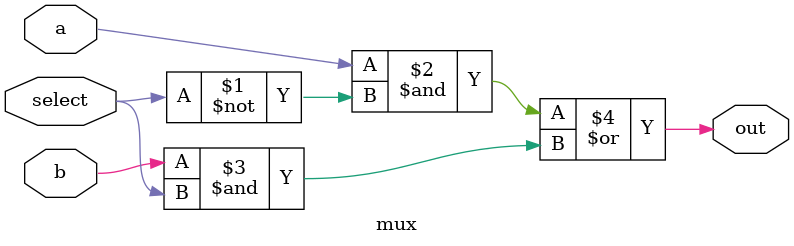
<source format=v>
`timescale 1ns / 1ps

module mux(out,a,b,select);
output wire out;
input wire a, b, select;
//select determines whether to consider a or b.
assign out=(a&~select)|(b&select); 
 
endmodule

</source>
